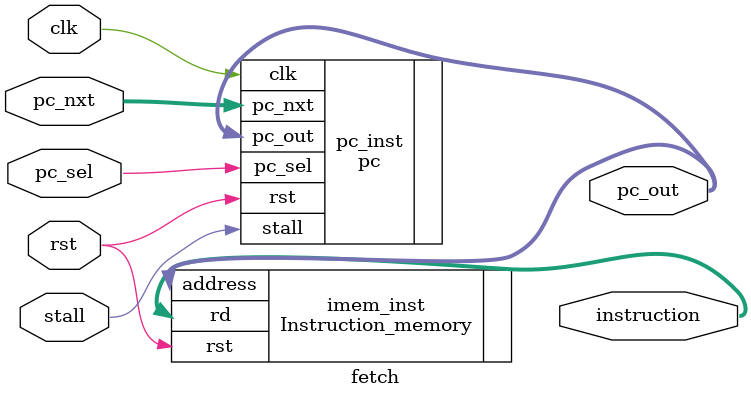
<source format=v>
module fetch (
    input clk,
    input rst,
    input stall,
    input pc_sel,
    input [31:0] pc_nxt,
    output [31:0] pc_out,
    output [31:0] instruction
);
    // Program Counter Module
    pc pc_inst (
        .clk(clk),
        .rst(rst),
        .stall(stall),
        .pc_sel(pc_sel),
        .pc_nxt(pc_nxt),
        .pc_out(pc_out)
    );

    // Instruction Memory Module
    Instruction_memory imem_inst (
        .rst(rst),
        .address(pc_out),
        .rd(instruction)
    );
    
endmodule
</source>
